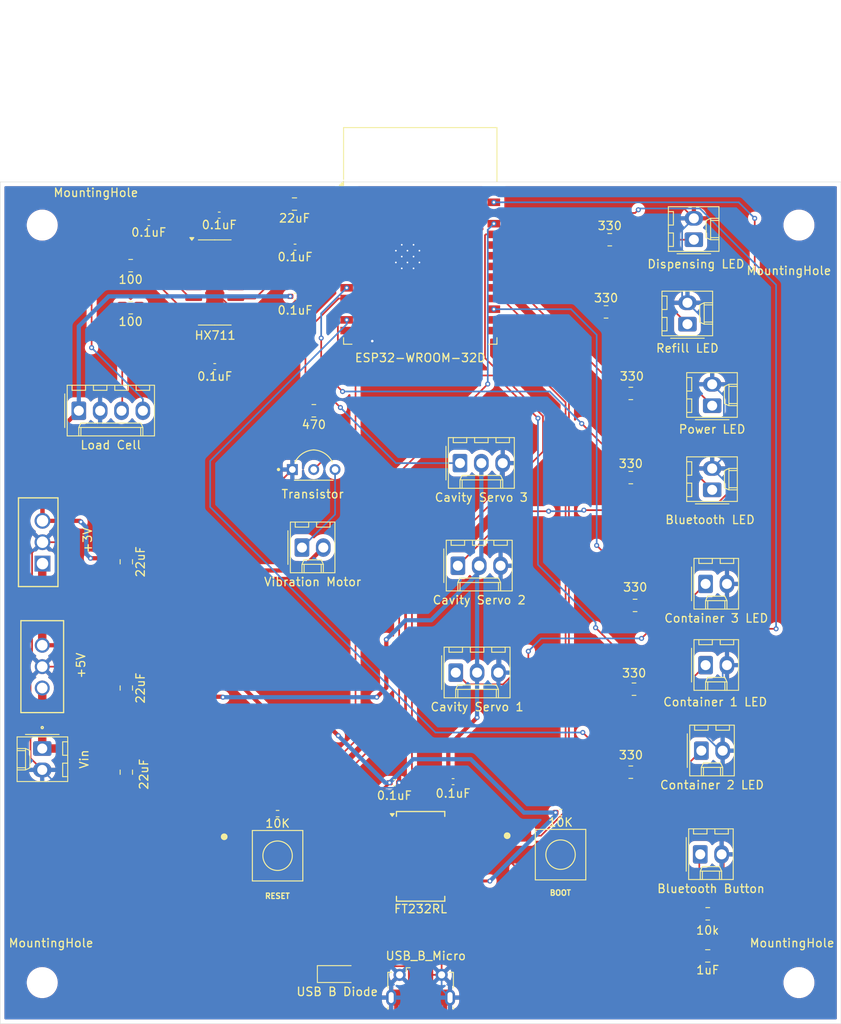
<source format=kicad_pcb>
(kicad_pcb (version 20240108) (generator "pcbnew") (generator_version "8.0")
  (layers (0 "F.Cu" signal) (31 "B.Cu" signal) (34 "B.Paste" user) (35 "F.Paste" user) (36 "B.SilkS" user "B.Silkscreen") (37 "F.SilkS" user "F.Silkscreen") (38 "B.Mask" user) (39 "F.Mask" user) (44 "Edge.Cuts" user))
  (net 0 "")
  (net 1 "GND")
  (net 2 "+5V")
  (net 3 "+3.3V")
  (net 4 "Net-(J3-Pin_1)")
  (net 5 "Net-(U2-VBG)")
  (net 6 "Net-(U2-INA+)")
  (net 7 "Net-(U2-INA-)")
  (net 8 "/Bluetooth Button")
  (net 9 "Net-(D2-A)")
  (net 10 "/Singal -")
  (net 11 "/Signal +")
  (net 12 "/D-")
  (net 14 "/D+")
  (net 15 "Net-(J4-Pin_1)")
  (net 16 "Net-(J5-Pin_1)")
  (net 17 "Net-(J6-Pin_1)")
  (net 18 "Net-(J7-Pin_1)")
  (net 19 "Net-(J8-Pin_1)")
  (net 20 "Net-(J9-Pin_1)")
  (net 21 "Net-(J10-Pin_1)")
  (net 22 "/Servo Signal 1")
  (net 23 "/Servo Signal 2")
  (net 24 "/Servo Signal 3")
  (net 25 "Net-(J14-Pin_1)")
  (net 26 "Net-(J15-Pin_1)")
  (net 27 "Net-(Q1-Pad2)")
  (net 28 "Net-(U1-EN)")
  (net 29 "Net-(U1-IO0)")
  (net 30 "/Refill LED")
  (net 31 "/Power LED")
  (net 32 "/Dispensing LED")
  (net 33 "/Container 1 LED")
  (net 34 "/Container 2 LED")
  (net 35 "/Container 3 LED")
  (net 36 "/Vibration Motor")
  (net 37 "/Bluetooth LED")
  (net 42 "/RXD0")
  (net 45 "/HX711 PD_SCK")
  (net 46 "/HX711 Digital Output")
  (net 57 "/TXD0")
  (footprint "Capacitor_SMD:C_0805_2012Metric_Pad1.18x1.45mm_HandSolder" (layer "F.Cu") (at 115 85 90)
    (property "Reference" "C2" (hide yes))
    (property "Value" "22uF")
  )
  (footprint "Capacitor_SMD:C_0805_2012Metric_Pad1.18x1.45mm_HandSolder" (layer "F.Cu") (at 184.15 131.826)
    (property "Reference" "C9" (hide yes))
    (property "Value" "1uF")
  )
  (footprint "Resistor_SMD:R_0402_1005Metric_Pad0.72x0.64mm_HandSolder" (layer "F.Cu") (at 132.991 114.924)
    (property "Reference" "R1" (hide yes))
    (property "Value" "10K")
  )
  (footprint "Connector_Molex:Molex_KK-254_AE-6410-02A_1x02_P2.54mm_Vertical" (layer "F.Cu") (at 181.737 56.769 90)
    (property "Reference" "J4" (hide yes))
    (property "Value" "Refill LED")
  )
  (footprint "MountingHole:MountingHole_3.2mm_M3" (layer "F.Cu") (at 105 45)
    (property "Reference" "H2" (hide yes))
    (property "Value" "MountingHole")
  )
  (footprint "Resistor_SMD:R_0805_2012Metric_Pad1.20x1.40mm_HandSolder" (layer "F.Cu") (at 175.508 90.188 180)
    (property "Reference" "R9" (hide yes))
    (property "Value" "330")
  )
  (footprint "Connector_Molex:Molex_KK-254_AE-6410-02A_1x02_P2.54mm_Vertical" (layer "F.Cu") (at 135.89 83.312)
    (property "Reference" "J14" (hide yes))
    (property "Value" "Vibration Motor")
  )
  (footprint "Capacitor_SMD:C_0402_1005Metric_Pad0.74x0.62mm_HandSolder" (layer "F.Cu") (at 125.516 61.816)
    (property "Reference" "C7" (hide yes))
    (property "Value" "0.1uF")
  )
  (footprint "Connector_Molex:Molex_KK-254_AE-6410-03A_1x03_P2.54mm_Vertical" (layer "F.Cu") (at 154.178 98.171)
    (property "Reference" "J11" (hide yes))
    (property "Value" "Cavity Servo 1")
  )
  (footprint "4-1437565-9:TE_4-1437565-9" (layer "F.Cu") (at 166.646 119.797)
    (property "Reference" "SW1" (hide yes))
    (property "Value" "BOOT")
  )
  (footprint "KiCADv6:T03B" (layer "F.Cu") (at 104.013 80.137 90)
    (property "Reference" "U6" (hide yes))
    (property "Value" "+3V")
  )
  (footprint "Capacitor_SMD:C_0805_2012Metric_Pad1.18x1.45mm_HandSolder" (layer "F.Cu") (at 115 110 -90)
    (property "Reference" "C3" (hide yes))
    (property "Value" "22uF")
  )
  (footprint "MountingHole:MountingHole_3.2mm_M3" (layer "F.Cu") (at 105 135)
    (property "Reference" "H3" (hide yes))
    (property "Value" "MountingHole")
  )
  (footprint "2N2222A:TO92254P470H750-3" (layer "F.Cu") (at 137.287 71.711)
    (property "Reference" "Q1" (hide yes))
    (property "Value" "Transistor")
  )
  (footprint "Connector_Molex:Molex_KK-254_AE-6410-02A_1x02_P2.54mm_Vertical" (layer "F.Cu") (at 184.678 76.454 90)
    (property "Reference" "J15" (hide yes))
    (property "Value" "Bluetooth LED")
  )
  (footprint "Resistor_SMD:R_0805_2012Metric_Pad1.20x1.40mm_HandSolder" (layer "F.Cu") (at 137.303 67.056)
    (property "Reference" "R10" (hide yes))
    (property "Value" "470")
  )
  (footprint "Connector_Molex:Molex_KK-254_AE-6410-02A_1x02_P2.54mm_Vertical" (layer "F.Cu") (at 183.388 107.442)
    (property "Reference" "J9" (hide yes))
    (property "Value" "Container 2 LED")
  )
  (footprint "Connector_Molex:Molex_KK-254_AE-6410-02A_1x02_P2.54mm_Vertical" (layer "F.Cu") (at 182.499 46.736 90)
    (property "Reference" "J6" (hide yes))
    (property "Value" "Dispensing LED")
  )
  (footprint "Capacitor_SMD:C_0805_2012Metric_Pad1.18x1.45mm_HandSolder" (layer "F.Cu") (at 115 100 90)
    (property "Reference" "C1" (hide yes))
    (property "Value" "22uF")
  )
  (footprint "Package_SO:SSOP-28_5.3x10.2mm_P0.65mm" (layer "F.Cu") (at 150 120)
    (property "Reference" "U4" (hide yes))
    (property "Value" "FT232RL")
  )
  (footprint "Connector_Molex:Molex_KK-254_AE-6410-04A_1x04_P2.54mm_Vertical" (layer "F.Cu") (at 109.347 67.056)
    (property "Reference" "J1" (hide yes))
    (property "Value" "Load Cell")
  )
  (footprint "Connector_Molex:Molex_KK-254_AE-6410-03A_1x03_P2.54mm_Vertical" (layer "F.Cu") (at 154.432 85.471)
    (property "Reference" "J12" (hide yes))
    (property "Value" "Cavity Servo 2")
  )
  (footprint "Capacitor_SMD:C_0402_1005Metric_Pad0.74x0.62mm_HandSolder" (layer "F.Cu") (at 117.6695 44.704)
    (property "Reference" "C6" (hide yes))
    (property "Value" "0.1uF")
  )
  (footprint "Connector_Molex:Molex_KK-254_AE-6410-02A_1x02_P2.54mm_Vertical" (layer "F.Cu") (at 183.896 97.282)
    (property "Reference" "J8" (hide yes))
    (property "Value" "Container 1 LED")
  )
  (footprint "Capacitor_SMD:C_0805_2012Metric_Pad1.18x1.45mm_HandSolder" (layer "F.Cu") (at 135 42.5)
    (property "Reference" "C4" (hide yes))
    (property "Value" "22uF")
  )
  (footprint "MountingHole:MountingHole_3.2mm_M3" (layer "F.Cu") (at 195 45)
    (property "Reference" "H1" (hide yes))
    (property "Value" "MountingHole")
  )
  (footprint "Resistor_SMD:R_0805_2012Metric_Pad1.20x1.40mm_HandSolder" (layer "F.Cu") (at 175 110 180)
    (property "Reference" "R8" (hide yes))
    (property "Value" "330")
  )
  (footprint "Resistor_SMD:R_0805_2012Metric_Pad1.20x1.40mm_HandSolder" (layer "F.Cu") (at 184.15 126.826)
    (property "Reference" "R6" (hide yes))
    (property "Value" "10k")
  )
  (footprint "Connector_Molex:Molex_KK-254_AE-6410-02A_1x02_P2.54mm_Vertical" (layer "F.Cu") (at 183.896 87.63)
    (property "Reference" "J10" (hide yes))
    (property "Value" "Container 3 LED")
  )
  (footprint "KiCADv6 2:TO-220_ONS" (layer "F.Cu") (at 105 100 90)
    (property "Reference" "U5" (hide yes))
    (property "Value" "+5V")
  )
  (footprint "Resistor_SMD:R_0805_2012Metric_Pad1.20x1.40mm_HandSolder" (layer "F.Cu") (at 175 65 180)
    (property "Reference" "R4" (hide yes))
    (property "Value" "330")
  )
  (footprint "Capacitor_SMD:C_0402_1005Metric_Pad0.74x0.62mm_HandSolder" (layer "F.Cu") (at 135.0685 53.467)
    (property "Reference" "C11" (hide yes))
    (property "Value" "0.1uF")
  )
  (footprint "Connector_Molex:Molex_KK-254_AE-6410-03A_1x03_P2.54mm_Vertical" (layer "F.Cu") (at 154.686 73.279)
    (property "Reference" "J13" (hide yes))
    (property "Value" "Cavity Servo 3")
  )
  (footprint "Resistor_SMD:R_0805_2012Metric_Pad1.20x1.40mm_HandSolder" (layer "F.Cu") (at 115.516 49.816)
    (property "Reference" "R13" (hide yes))
    (property "Value" "100")
  )
  (footprint "RF_Module:ESP32-WROOM-32D" (layer "F.Cu") (at 149.96 49.271)
    (property "Reference" "U1" (hide yes))
    (property "Value" "ESP32-WROOM-32D")
  )
  (footprint "Connector_USB:USB_Micro-B_Molex-105017-0001" (layer "F.Cu") (at 150 135.5415)
    (property "Reference" "J2" (hide yes))
    (property "Value" "USB_B_Micro")
  )
  (footprint "Capacitor_SMD:C_0402_1005Metric_Pad0.74x0.62mm_HandSolder" (layer "F.Cu") (at 146.8795 111.252)
    (property "Reference" "C8" (hide yes))
    (property "Value" "0.1uF")
  )
  (footprint "4-1437565-9:TE_4-1437565-9" (layer "F.Cu") (at 132.991 119.924)
    (property "Reference" "SW3" (hide yes))
    (property "Value" "RESET")
  )
  (footprint "Connector_Molex:Molex_KK-254_AE-6410-02A_1x02_P2.54mm_Vertical" (layer "F.Cu") (at 184.678 66.454 90)
    (property "Reference" "J5" (hide yes))
    (property "Value" "Power LED")
  )
  (footprint "Resistor_SMD:R_0805_2012Metric_Pad1.20x1.40mm_HandSolder" (layer "F.Cu") (at 175 75 180)
    (property "Reference" "R11" (hide yes))
    (property "Value" "330")
  )
  (footprint "Capacitor_SMD:C_0402_1005Metric_Pad0.74x0.62mm_HandSolder" (layer "F.Cu") (at 153.8645 111.125)
    (property "Reference" "C12" (hide yes))
    (property "Value" "0.1uF")
  )
  (footprint "Capacitor_SMD:C_0402_1005Metric_Pad0.74x0.62mm_HandSolder" (layer "F.Cu") (at 126.0515 43.815)
    (property "Reference" "C10" (hide yes))
    (property "Value" "0.1uF")
  )
  (footprint "Package_SO:SOP-16_3.9x9.9mm_P1.27mm" (layer "F.Cu") (at 125.516 51.816)
    (property "Reference" "U2" (hide yes))
    (property "Value" "HX711")
  )
  (footprint "Connector_Molex:Molex_KK-254_AE-6410-02A_1x02_P2.54mm_Vertical" (layer "F.Cu") (at 183.261 119.761)
    (property "Reference" "J7" (hide yes))
    (property "Value" "Bluetooth Button")
  )
  (footprint "Resistor_SMD:R_0805_2012Metric_Pad1.20x1.40mm_HandSolder" (layer "F.Cu") (at 175.381 100.139 180)
    (property "Reference" "R7" (hide yes))
    (property "Value" "330")
  )
  (footprint "Resistor_SMD:R_0805_2012Metric_Pad1.20x1.40mm_HandSolder" (layer "F.Cu") (at 172.059 55.315 180)
    (property "Reference" "R3" (hide yes))
    (property "Value" "330")
  )
  (footprint "Resistor_SMD:R_0402_1005Metric_Pad0.72x0.64mm_HandSolder" (layer "F.Cu") (at 166.646 114.797)
    (property "Reference" "R2" (hide yes))
    (property "Value" "10K")
  )
  (footprint "Capacitor_SMD:C_0402_1005Metric_Pad0.74x0.62mm_HandSolder" (layer "F.Cu") (at 135.0685 47.625)
    (property "Reference" "C5" (hide yes))
    (property "Value" "0.1uF")
  )
  (footprint "MountingHole:MountingHole_3.2mm_M3" (layer "F.Cu") (at 195 135)
    (property "Reference" "H4" (hide yes))
    (property "Value" "MountingHole")
  )
  (footprint "Diode_SMD:D_SOD-123" (layer "F.Cu") (at 140.082 133.985)
    (property "Reference" "D2" (hide yes))
    (property "Value" "USB B Diode")
  )
  (footprint "Resistor_SMD:R_0805_2012Metric_Pad1.20x1.40mm_HandSolder" (layer "F.Cu") (at 115.516 54.816)
    (property "Reference" "R12" (hide yes))
    (property "Value" "100")
  )
  (footprint "Connector_Molex:Molex_KK-254_AE-6410-02A_1x02_P2.54mm_Vertical" (layer "F.Cu") (at 105 107.188 -90)
    (property "Reference" "J3" (hide yes))
    (property "Value" "Vin")
  )
  (footprint "Resistor_SMD:R_0805_2012Metric_Pad1.20x1.40mm_HandSolder" (layer "F.Cu") (at 172.499 46.736 180)
    (property "Reference" "R5" (hide yes))
    (property "Value" "330")
  )
  (gr_rect (start 100 39.875) (end 200 139.875) (stroke (width 0.05)) (fill none) (layer "Edge.Cuts"))
  (segment (start 113.7145 82.677) (end 115 83.9625) (width 0.2) (layer "F.Cu") (net 1))
  (segment (start 171.196 122.047) (end 182.626 133.477) (width 0.2) (layer "F.Cu") (net 1))
  (segment (start 154.432 111.125) (end 154.775 111.468) (width 0.2) (layer "F.Cu") (net 1))
  (segment (start 161.947 121.898) (end 155.343 121.898) (width 0.2) (layer "F.Cu") (net 1))
  (segment (start 153.6 117.725) (end 157.774 117.725) (width 0.2) (layer "F.Cu") (net 1))
  (segment (start 103.605 108.333) (end 105 109.728) (width 0.2) (layer "F.Cu") (net 1))
  (segment (start 182.626 133.477) (end 183.5365 133.477) (width 0.2) (layer "F.Cu") (net 1))
  (segment (start 149.86 50.141) (end 147.06 50.141) (width 0.2) (layer "F.Cu") (net 1))
  (segment (start 152.5 134.079) (end 152.5 131.643) (width 0.2) (layer "F.Cu") (net 1))
  (segment (start 111.887 80.8495) (end 115 83.9625) (width 0.2) (layer "F.Cu") (net 1))
  (segment (start 149.86 47.341) (end 149.86 50.141) (width 0.2) (layer "F.Cu") (net 1))
  (segment (start 105 97.46) (end 103.605 98.855) (width 0.2) (layer "F.Cu") (net 1))
  (segment (start 141.21 41.021) (end 158.71 41.021) (width 0.2) (layer "F.Cu") (net 1))
  (segment (start 151.3 134.079) (end 152.5 134.079) (width 0.2) (layer "F.Cu") (net 1))
  (segment (start 153.6 117.075) (end 153.6 117.725) (width 0.2) (layer "F.Cu") (net 1))
  (segment (start 137.541 122.174) (end 140.04 119.675) (width 0.2) (layer "F.Cu") (net 1))
  (segment (start 126.619 43.815) (end 126.8825 43.815) (width 0.2) (layer "F.Cu") (net 1))
  (segment (start 115 83.9625) (end 124.8255 83.9625) (width 0.2) (layer "F.Cu") (net 1))
  (segment (start 118.237 44.704) (end 118.237 46.772552) (width 0.2) (layer "F.Cu") (net 1))
  (segment (start 186.05 130.9635) (end 186.05 120.01) (width 0.2) (layer "F.Cu") (net 1))
  (segment (start 137.5165 41.021) (end 136.0375 42.5) (width 0.2) (layer "F.Cu") (net 1))
  (segment (start 158.71 41.021) (end 179.324 41.021) (width 0.2) (layer "F.Cu") (net 1))
  (segment (start 186.05 120.01) (end 185.801 119.761) (width 0.2) (layer "F.Cu") (net 1))
  (segment (start 129.316 48.340999) (end 129.015999 48.641) (width 0.2) (layer "F.Cu") (net 1))
  (segment (start 124.8255 83.9625) (end 134.747 74.041) (width 0.2) (layer "F.Cu") (net 1))
  (segment (start 150.684314 119.675) (end 152.634314 117.725) (width 0.2) (layer "F.Cu") (net 1))
  (segment (start 157.774 117.725) (end 162.096 122.047) (width 0.2) (layer "F.Cu") (net 1))
  (segment (start 136.0375 42.5) (end 136.0375 47.2235) (width 0.2) (layer "F.Cu") (net 1))
  (segment (start 183.5365 133.477) (end 185.1875 131.826) (width 0.2) (layer "F.Cu") (net 1))
  (segment (start 154.775 116.975) (end 154.675 117.075) (width 0.2) (layer "F.Cu") (net 1))
  (segment (start 103.605 98.855) (end 103.605 108.333) (width 0.2) (layer "F.Cu") (net 1))
  (segment (start 127.645448 54.991) (end 128.016 54.991) (width 0.2) (layer "F.Cu") (net 1))
  (segment (start 125.285999 49.911) (end 128.016 49.911) (width 0.2) (layer "F.Cu") (net 1))
  (segment (start 129.015999 48.641) (end 128.016 48.641) (width 0.2) (layer "F.Cu") (net 1))
  (segment (start 152.634314 117.725) (end 153.6 117.725) (width 0.2) (layer "F.Cu") (net 1))
  (segment (start 129.316 46.2485) (end 129.316 48.340999) (width 0.2) (layer "F.Cu") (net 1))
  (segment (start 144.25 58.781) (end 144.25 43.531) (width 0.2) (layer "F.Cu") (net 1))
  (segment (start 134.747 62.992) (end 134.747 74.041) (width 0.2) (layer "F.Cu") (net 1))
  (segment (start 123.016 52.451) (end 125.105448 52.451) (width 0.2) (layer "F.Cu") (net 1))
  (segment (start 179.324 41.021) (end 182.499 44.196) (width 0.2) (layer "F.Cu") (net 1))
  (segment (start 123.016 51.181) (end 124.015999 51.181) (width 0.2) (layer "F.Cu") (net 1))
  (segment (start 103.7892 83.9168) (end 103.7892 96.2492) (width 0.2) (layer "F.Cu") (net 1))
  (segment (start 155.48 41.021) (end 149.16 47.341) (width 0.2) (layer "F.Cu") (net 1))
  (segment (start 147.06 50.141) (end 147.06 47.341) (width 0.2) (layer "F.Cu") (net 1))
  (segment (start 105 109.728) (end 114.2345 109.728) (width 0.2) (layer "F.Cu") (net 1))
  (segment (start 162.096 122.047) (end 160.374 120.325) (width 0.2) (layer "F.Cu") (net 1))
  (segment (start 128.441 122.174) (end 137.541 122.174) (width 0.2) (layer "F.Cu") (net 1))
  (segment (start 103.7892 96.2492) (end 105 97.46) (width 0.2) (layer "F.Cu") (net 1))
  (segment (start 105.029 82.677) (end 103.7892 83.9168) (width 0.2) (layer "F.Cu") (net 1))
  (segment (start 185.1875 131.826) (end 186.05 130.9635) (width 0.2) (layer "F.Cu") (net 1))
  (segment (start 154.675 117.075) (end 153.6 117.075) (width 0.2) (layer "F.Cu") (net 1))
  (segment (start 162.096 122.047) (end 171.196 122.047) (width 0.2) (layer "F.Cu") (net 1))
  (segment (start 114.2345 109.728) (end 115 108.9625) (width 0.2) (layer "F.Cu") (net 1))
  (segment (start 128.016 48.641) (end 128.016 49.911) (width 0.2) (layer "F.Cu") (net 1))
  (segment (start 149 136.779) (end 151 136.779) (width 0.2) (layer "F.Cu") (net 1))
  (segment (start 160.374 120.325) (end 153.6 120.325) (width 0.2) (layer "F.Cu") (net 1))
  (segment (start 128.016 56.261) (end 134.747 62.992) (width 0.2) (layer "F.Cu") (net 1))
  (segment (start 135.636 53.467) (end 132.842 56.261) (width 0.2) (layer "F.Cu") (net 1))
  (segment (start 152.5 131.643) (end 162.096 122.047) (width 0.2) (layer "F.Cu") (net 1))
  (segment (start 140.04 119.675) (end 146.4 119.675) (width 0.2) (layer "F.Cu") (net 1))
  (segment (start 118.237 46.772552) (end 122.645448 51.181) (width 0.2) (layer "F.Cu") (net 1))
  (segment (start 162.096 122.047) (end 161.947 121.898) (width 0.2) (layer "F.Cu") (net 1))
  (segment (start 105.029 82.677) (end 113.7145 82.677) (width 0.2) (layer "F.Cu") (net 1))
  (segment (start 158.71 41.021) (end 155.48 41.021) (width 0.2) (layer "F.Cu") (net 1))
  (segment (start 126.8825 43.815) (end 129.316 46.2485) (width 0.2) (layer "F.Cu") (net 1))
  (segment (start 146.4 119.675) (end 150.684314 119.675) (width 0.2) (layer "F.Cu") (net 1))
  (segment (start 154.966 122.275) (end 153.6 122.275) (width 0.2) (layer "F.Cu") (net 1))
  (segment (start 144.25 43.531) (end 141.74 41.021) (width 0.2) (layer "F.Cu") (net 1))
  (segment (start 132.842 56.261) (end 128.016 56.261) (width 0.2) (layer "F.Cu") (net 1))
  (segment (start 154.775 111.468) (end 154.775 116.975) (width 0.2) (layer "F.Cu") (net 1))
  (segment (start 122.645448 51.181) (end 123.016 51.181) (width 0.2) (layer "F.Cu") (net 1))
  (segment (start 123.016 51.181) (end 123.016 52.451) (width 0.2) (layer "F.Cu") (net 1))
  (segment (start 147.06 47.341) (end 149.86 47.341) (width 0.2) (layer "F.Cu") (net 1))
  (segment (start 105 97.46) (end 113.4975 97.46) (width 0.2) (layer "F.Cu") (net 1))
  (segment (start 155.343 121.898) (end 154.966 122.275) (width 0.2) (layer "F.Cu") (net 1))
  (segment (start 149 136.779) (end 147.1 136.779) (width 0.2) (layer "F.Cu") (net 1))
  (segment (start 151 136.779) (end 152.9 136.779) (width 0.2) (layer "F.Cu") (net 1))
  (segment (start 125.105448 52.451) (end 127.645448 54.991) (width 0.2) (layer "F.Cu") (net 1))
  (segment (start 111.887 67.056) (end 111.887 80.8495) (width 0.2) (layer "F.Cu") (net 1))
  (segment (start 128.016 56.261) (end 128.016 54.991) (width 0.2) (layer "F.Cu") (net 1))
  (segment (start 141.21 41.021) (end 137.5165 41.021) (width 0.2) (layer "F.Cu") (net 1))
  (segment (start 136.0375 47.2235) (end 135.636 47.625) (width 0.2) (layer "F.Cu") (net 1))
  (segment (start 113.4975 97.46) (end 115 98.9625) (width 0.2) (layer "F.Cu") (net 1))
  (segment (start 124.015999 51.181) (end 125.285999 49.911) (width 0.2) (layer "F.Cu") (net 1))
  (segment (start 141.74 41.021) (end 141.21 41.021) (width 0.2) (layer "F.Cu") (net 1))
  (via (at 147.447 111.252) (size 0.6) (drill 0.3) (layers "F.Cu" "B.Cu") (net 1))
  (via (at 144.25 58.781) (size 0.6) (drill 0.3) (layers "F.Cu" "B.Cu") (net 1))
  (segment (start 186.073 72.519) (end 184.678 73.914) (width 0.2) (layer "B.Cu") (net 1))
  (segment (start 134.747 68.284) (end 144.25 58.781) (width 0.2) (layer "B.Cu") (net 1))
  (segment (start 146.847 111.852) (end 147.447 111.252) (width 0.2) (layer "B.Cu") (net 1))
  (segment (start 105 109.728) (end 107.124 111.852) (width 0.2) (layer "B.Cu") (net 1))
  (segment (start 159.258 98.171) (end 176.366744 98.171) (width 0.2) (layer "B.Cu") (net 1))
  (segment (start 184.678 63.914) (end 186.073 65.309) (width 0.2) (layer "B.Cu") (net 1))
  (segment (start 181.104 53.596) (end 181.104 45.591) (width 0.2) (layer "B.Cu") (net 1))
  (segment (start 159.512 73.533) (end 159.766 73.279) (width 0.2) (layer "B.Cu") (net 1))
  (segment (start 181.104 45.591) (end 182.499 44.196) (width 0.2) (layer "B.Cu") (net 1))
  (segment (start 185.637744 107.442) (end 185.928 107.442) (width 0.2) (layer "B.Cu") (net 1))
  (segment (start 186.436 87.63) (end 186.436 75.672) (width 0.2) (layer "B.Cu") (net 1))
  (segment (start 181.737 54.229) (end 181.104 53.596) (width 0.2) (layer "B.Cu") (net 1))
  (segment (start 185.928 97.79) (end 186.436 97.282) (width 0.2) (layer "B.Cu") (net 1))
  (segment (start 185.801 107.569) (end 185.928 107.442) (width 0.2) (layer "B.Cu") (net 1))
  (segment (start 146.5 135.079) (end 147.5 134.079) (width 0.2) (layer "B.Cu") (net 1))
  (segment (start 107.124 111.852) (end 146.847 111.852) (width 0.2) (layer "B.Cu") (net 1))
  (segment (start 186.436 97.282) (end 186.436 87.63) (width 0.2) (layer "B.Cu") (net 1))
  (segment (start 159.512 85.471) (end 159.512 97.917) (width 0.2) (layer "B.Cu") (net 1))
  (segment (start 152.5 135.779) (end 153.5 136.779) (width 0.2) (layer "B.Cu") (net 1))
  (segment (start 159.512 85.471) (end 159.512 73.533) (width 0.2) (layer "B.Cu") (net 1))
  (segment (start 152.5 134.079) (end 152.5 135.779) (width 0.2) (layer "B.Cu") (net 1))
  (segment (start 185.928 107.442) (end 185.928 97.79) (width 0.2) (layer "B.Cu") (net 1))
  (segment (start 186.073 65.309) (end 186.073 72.519) (width 0.2) (layer "B.Cu") (net 1))
  (segment (start 176.366744 98.171) (end 185.637744 107.442) (width 0.2) (layer "B.Cu") (net 1))
  (segment (start 159.512 97.917) (end 159.258 98.171) (width 0.2) (layer "B.Cu") (net 1))
  (segment (start 184.678 57.17) (end 181.737 54.229) (width 0.2) (layer "B.Cu") (net 1))
  (segment (start 185.801 119.761) (end 185.801 107.569) (width 0.2) (layer "B.Cu") (net 1))
  (segment (start 184.678 63.914) (end 184.678 57.17) (width 0.2) (layer "B.Cu") (net 1))
  (segment (start 134.747 74.041) (end 134.747 68.284) (width 0.2) (layer "B.Cu") (net 1))
  (segment (start 186.436 75.672) (end 184.678 73.914) (width 0.2) (layer "B.Cu") (net 1))
  (segment (start 146.5 136.779) (end 146.5 135.079) (width 0.2) (layer "B.Cu") (net 1))
  (segment (start 138.432 133.985) (end 151.442 120.975) (width 0.2) (layer "F.Cu") (net 2))
  (segment (start 119.126 101.092) (end 121.92 98.298) (width 0.5) (layer "F.Cu") (net 2))
  (segment (start 115 101.0375) (end 119.0715 101.0375) (width 0.5) (layer "F.Cu") (net 2))
  (segment (start 145.923 99.949) (end 145.923 94.234) (width 0.5) (layer "F.Cu") (net 2))
  (segment (start 144.78 101.092) (end 145.923 99.949) (width 0.5) (layer "F.Cu") (net 2))
  (segment (start 105 85.246) (end 105.029 85.217) (width 1) (layer "F.Cu") (net 2))
  (segment (start 119.0715 101.0375) (end 119.126 101.092) (width 0.5) (layer "F.Cu") (net 2))
  (segment (start 105 94.92) (end 105 85.246) (width 1) (layer "F.Cu") (net 2))
  (segment (start 121.92 95.885) (end 120.955 94.92) (width 0.5) (layer "F.Cu") (net 2))
  (segment (start 153.297 106.926) (end 153.297 111.125) (width 0.5) (layer "F.Cu") (net 2))
  (segment (start 121.412 124.079) (end 121.412 107.4495) (width 0.5) (layer "F.Cu") (net 2))
  (segment (start 156.718 103.505) (end 153.297 106.926) (width 0.5) (layer "F.Cu") (net 2))
  (segment (start 120.955 94.92) (end 105 94.92) (width 0.5) (layer "F.Cu") (net 2))
  (segment (start 121.412 107.4495) (end 115 101.0375) (width 0.5) (layer "F.Cu") (net 2))
  (segment (start 121.92 98.298) (end 121.92 95.885) (width 0.5) (layer "F.Cu") (net 2))
  (segment (start 131.318 133.985) (end 121.412 124.079) (width 0.5) (layer "F.Cu") (net 2))
  (segment (start 126.4375 101.0375) (end 126.492 101.092) (width 0.5) (layer "F.Cu") (net 2))
  (segment (start 138.432 133.985) (end 131.318 133.985) (width 0.5) (layer "F.Cu") (net 2))
  (segment (start 115 101.0375) (end 126.4375 101.0375) (width 0.5) (layer "F.Cu") (net 2))
  (segment (start 151.442 120.975) (end 153.6 120.975) (width 0.2) (layer "F.Cu") (net 2))
  (via (at 156.718 103.505) (size 0.6) (drill 0.3) (layers "F.Cu" "B.Cu") (net 2))
  (via (at 144.78 101.092) (size 0.6) (drill 0.3) (layers "F.Cu" "B.Cu") (net 2))
  (via (at 126.492 101.092) (size 0.6) (drill 0.3) (layers "F.Cu" "B.Cu") (net 2))
  (via (at 145.923 94.234) (size 0.6) (drill 0.3) (layers "F.Cu" "B.Cu") (net 2))
  (segment (start 157.226 85.217) (end 156.972 85.471) (width 0.5) (layer "B.Cu") (net 2))
  (segment (start 148.209 91.948) (end 151.257 91.948) (width 0.5) (layer "B.Cu") (net 2))
  (segment (start 145.923 94.234) (end 148.209 91.948) (width 0.5) (layer "B.Cu") (net 2))
  (segment (start 156.972 85.471) (end 156.972 85.598) (width 0.5) (layer "B.Cu") (net 2))
  (segment (start 126.492 101.092) (end 144.78 101.092) (width 0.5) (layer "B.Cu") (net 2))
  (segment (start 151.257 91.948) (end 156.972 86.233) (width 0.5) (layer "B.Cu") (net 2))
  (segment (start 156.718 98.171) (end 156.718 103.505) (width 0.5) (layer "B.Cu") (net 2))
  (segment (start 156.972 86.233) (end 156.972 85.471) (width 0.5) (layer "B.Cu") (net 2))
  (segment (start 157.226 73.279) (end 157.226 85.217) (width 0.5) (layer "B.Cu") (net 2))
  (segment (start 156.718 85.852) (end 156.718 98.171) (width 0.5) (layer "B.Cu") (net 2))
  (segment (start 156.972 85.598) (end 156.718 85.852) (width 0.5) (layer "B.Cu") (net 2))
  (segment (start 123.016 47.371) (end 128.016 47.371) (width 0.5) (layer "F.Cu") (net 3))
  (segment (start 153.6 122.925) (end 158.231 122.925) (width 0.35) (layer "F.Cu") (net 3))
  (segment (start 125.484 44.903) (end 125.484 43.815) (width 0.5) (layer "F.Cu") (net 3))
  (segment (start 123.016 49.911) (end 124.015999 49.911) (width 0.2) (layer "F.Cu") (net 3))
  (segment (start 144.526 116.926) (end 144.526 115.316) (width 0.35) (layer "F.Cu") (net 3))
  (segment (start 105.029 80.137) (end 109.474 80.137) (width 0.5) (layer "F.Cu") (net 3))
  (segment (start 105.029 71.374) (end 109.347 67.056) (width 0.5) (layer "F.Cu") (net 3))
  (segment (start 135.7045 86.0375) (end 138.43 83.312) (width 0.5) (layer "F.Cu") (net 3))
  (segment (start 138.176 44.375) (end 138.176 47.244) (width 0.5) (layer "F.Cu") (net 3))
  (segment (start 132.3935 103.431) (end 115 86.0375) (width 0.5) (layer "F.Cu") (net 3))
  (segment (start 144.526 115.316) (end 143.891 114.681) (width 0.35) (layer "F.Cu") (net 3))
  (segment (start 158.231 122.925) (end 158.242 122.936) (width 0.35) (layer "F.Cu") (net 3))
  (segment (start 113.5445 84.582) (end 115 86.0375) (width 0.5) (layer "F.Cu") (net 3))
  (segment (start 133.3525 41.89) (end 133.9625 42.5) (width 0.5) (layer "F.Cu") (net 3))
  (segment (start 132.3935 114.924) (end 132.3935 103.431) (width 0.5) (layer "F.Cu") (net 3))
  (segment (start 125.0425 41.89) (end 133.3525 41.89) (width 0.5) (layer "F.Cu") (net 3))
  (segment (start 136.525 48.895) (end 134.62 48.895) (width 0.5) (layer "F.Cu") (net 3))
  (segment (start 134.501 48.776) (end 134.501 47.625) (width 0.5) (layer "F.Cu") (net 3))
  (segment (start 105.029 80.137) (end 105.029 71.374) (width 0.5) (layer "F.Cu") (net 3))
  (segment (start 124.4325 42.7635) (end 125.484 43.815) (width 0.5) (layer "F.Cu") (net 3))
  (segment (start 133.9625 42.5) (end 133.9625 47.0865) (width 0.5) (layer "F.Cu") (net 3))
  (segment (start 110.744 84.582) (end 113.5445 84.582) (width 0.5) (layer "F.Cu") (net 3))
  (segment (start 140.26 42.291) (end 138.176 44.375) (width 0.5) (layer "F.Cu") (net 3))
  (segment (start 116.249238 42.5) (end 105.029 53.720238) (width 0.5) (layer "F.Cu") (net 3))
  (segment (start 145.325 117.725) (end 144.526 116.926) (width 0.35) (layer "F.Cu") (net 3))
  (segment (start 123.016 47.371) (end 125.484 44.903) (width 0.5) (layer "F.Cu") (net 3))
  (segment (start 141.21 42.291) (end 140.26 42.291) (width 0.5) (layer "F.Cu") (net 3))
  (segment (start 124.4325 42.5) (end 125.0425 41.89) (width 0.5) (layer "F.Cu") (net 3))
  (segment (start 143.891 114.681) (end 143.891 113.673) (width 0.35) (layer "F.Cu") (net 3))
  (segment (start 133.9625 47.0865) (end 134.501 47.625) (width 0.5) (layer "F.Cu") (net 3))
  (segment (start 134.62 48.895) (end 134.501 48.776) (width 0.5) (layer "F.Cu") (net 3))
  (segment (start 126.555999 47.371) (end 128.016 47.371) (width 0.2) (layer "F.Cu") (net 3))
  (segment (start 124.015999 49.911) (end 126.555999 47.371) (width 0.5) (layer "F.Cu") (net 3))
  (segment (start 143.891 113.673) (end 146.312 111.252) (width 0.35) (layer "F.Cu") (net 3))
  (segment (start 124.4325 42.5) (end 124.4325 42.7635) (width 0.5) (layer "F.Cu") (net 3))
  (segment (start 138.176 47.244) (end 136.525 48.895) (width 0.5) (layer "F.Cu") (net 3))
  (segment (start 105.029 53.720238) (end 105.029 80.137) (width 0.5) (layer "F.Cu") (net 3))
  (segment (start 146.4 117.725) (end 145.325 117.725) (width 0.35) (layer "F.Cu") (net 3))
  (segment (start 115 86.0375) (end 135.7045 86.0375) (width 0.5) (layer "F.Cu") (net 3))
  (segment (start 132.3935 103.431) (end 137.975 103.431) (width 0.5) (layer "F.Cu") (net 3))
  (segment (start 137.975 103.431) (end 140.208 105.664) (width 0.5) (layer "F.Cu") (net 3))
  (segment (start 124.4325 42.5) (end 116.249238 42.5) (width 0.5) (layer "F.Cu") (net 3))
  (segment (start 109.474 80.137) (end 109.601 80.264) (width 0.5) (layer "F.Cu") (net 3))
  (via (at 140.208 105.664) (size 0.6) (drill 0.3) (layers "F.Cu" "B.Cu") (net 3))
  (via (at 134.501 53.467) (size 0.6) (drill 0.3) (layers "F.Cu" "B.Cu") (net 3))
  (via (at 109.601 80.264) (size 0.6) (drill 0.3) (layers "F.Cu" "B.Cu") (net 3))
  (via (at 166.0485 114.797) (size 0.6) (drill 0.3) (layers "F.Cu" "B.Cu") (net 3))
  (via (at 146.312 111.252) (size 0.6) (drill 0.3) (layers "F.Cu" "B.Cu") (net 3))
  (via (at 110.744 84.582) (size 0.6) (drill 0.3) (layers "F.Cu" "B.Cu") (net 3))
  (via (at 158.242 122.936) (size 0.6) (drill 0.3) (layers "F.Cu" "B.Cu") (net 3))
  (segment (start 155.956 108.458) (end 149.106 108.458) (width 0.5) (layer "B.Cu") (net 3))
  (segment (start 166.0485 115.1295) (end 166.0485 114.797) (width 0.5) (layer "B.Cu") (net 3))
  (segment (start 162.295 114.797) (end 155.956 108.458) (width 0.5) (layer "B.Cu") (net 3))
  (segment (start 158.242 122.936) (end 166.0485 115.1295) (width 0.5) (layer "B.Cu") (net 3))
  (segment (start 112.903 53.467) (end 134.501 53.467) (width 0.5) (layer "B.Cu") (net 3))
  (segment (start 149.106 108.458) (end 146.312 111.252) (width 0.5) (layer "B.Cu") (net 3))
  (segment (start 109.347 57.023) (end 112.903 53.467) (width 0.5) (layer "B.Cu") (net 3))
  (segment (start 110.236 84.074) (end 110.744 84.582) (width 0.5) (layer "B.Cu") (net 3))
  (segment (start 110.236 80.899) (end 110.236 84.074) (width 0.5) (layer "B.Cu") (net 3))
  (segment (start 140.208 105.664) (end 145.796 111.252) (width 0.5) (layer "B.Cu") (net 3))
  (segment (start 109.601 80.264) (end 110.236 80.899) (width 0.5) (layer "B.Cu") (net 3))
  (segment (start 145.796 111.252) (end 146.312 111.252) (width 0.5) (layer "B.Cu") (net 3))
  (segment (start 109.347 67.056) (end 109.347 57.023) (width 0.5) (layer "B.Cu") (net 3))
  (segment (start 166.0485 114.797) (end 162.295 114.797) (width 0.5) (layer "B.Cu") (net 3))
  (segment (start 116.8005 111.0375) (end 115 111.0375) (width 1) (layer "F.Cu") (net 4))
  (segment (start 115.189 104.648) (end 118.872 108.331) (width 1) (layer "F.Cu") (net 4))
  (segment (start 108.839 107.188) (end 111.379 104.648) (width 1) (layer "F.Cu") (net 4))
  (segment (start 118.872 108.966) (end 116.8005 111.0375) (width 1) (layer "F.Cu") (net 4))
  (segment (start 105 107.188) (end 108.839 107.188) (width 1) (layer "F.Cu") (net 4))
  (segment (start 105 107.188) (end 105 100) (width 1) (layer "F.Cu") (net 4))
  (segment (start 111.379 104.648) (end 115.189 104.648) (width 1) (layer "F.Cu") (net 4))
  (segment (start 118.872 108.331) (end 118.872 108.966) (width 1) (layer "F.Cu") (net 4))
  (segment (start 117.102 44.704) (end 117.102 48.177552) (width 0.2) (layer "F.Cu") (net 5))
  (segment (start 122.645448 53.721) (end 123.016 53.721) (width 0.2) (layer "F.Cu") (net 5))
  (segment (start 117.102 48.177552) (end 122.645448 53.721) (width 0.2) (layer "F.Cu") (net 5))
  (segment (start 116.516 54.816) (end 117.961 56.261) (width 0.2) (layer "F.Cu") (net 6))
  (segment (start 124.9485 58.1935) (end 123.016 56.261) (width 0.2) (layer "F.Cu") (net 6))
  (segment (start 124.9485 61.816) (end 124.9485 58.1935) (width 0.2) (layer "F.Cu") (net 6))
  (segment (start 117.961 56.261) (end 123.016 56.261) (width 0.2) (layer "F.Cu") (net 6))
  (segment (start 126.0835 61.816) (end 126.0835 57.058501) (width 0.2) (layer "F.Cu") (net 7))
  (segment (start 126.0835 57.058501) (end 124.015999 54.991) (width 0.2) (layer "F.Cu") (net 7))
  (segment (start 121.691 54.991) (end 123.016 54.991) (width 0.2) (layer "F.Cu") (net 7))
  (segment (start 116.516 49.816) (end 121.691 54.991) (width 0.2) (layer "F.Cu") (net 7))
  (segment (start 124.015999 54.991) (end 123.016 54.991) (width 0.2) (layer "F.Cu") (net 7))
  (segment (start 158.71 53.721) (end 159.66 53.721) (width 0.2) (layer "F.Cu") (net 8))
  (segment (start 185.15 126.826) (end 185.15 129.7885) (width 0.2) (layer "F.Cu") (net 8))
  (segment (start 182.25 130.9635) (end 183.1125 131.826) (width 0.2) (layer "F.Cu") (net 8))
  (segment (start 159.66 53.721) (end 167.6435 61.7045) (width 0.2) (layer "F.Cu") (net 8))
  (segment (start 182.25 126.243) (end 182.25 130.9635) (width 0.2) (layer "F.Cu") (net 8))
  (segment (start 167.6435 111.6365) (end 182.25 126.243) (width 0.2) (layer "F.Cu") (net 8))
  (segment (start 167.6435 61.7045) (end 167.6435 111.6365) (width 0.2) (layer "F.Cu") (net 8))
  (segment (start 185.15 129.7885) (end 183.1125 131.826) (width 0.2) (layer "F.Cu") (net 8))
  (segment (start 148.7 133.587) (end 148.7 134.079) (width 0.2) (layer "F.Cu") (net 9))
  (segment (start 148.167 133.054) (end 148.7 133.587) (width 0.2) (layer "F.Cu") (net 9))
  (segment (start 142.663 133.054) (end 148.167 133.054) (width 0.2) (layer "F.Cu") (net 9))
  (segment (start 141.732 133.985) (end 142.663 133.054) (width 0.2) (layer "F.Cu") (net 9))
  (segment (start 110.871 59.563) (end 110.871 53.461) (width 0.2) (layer "F.Cu") (net 10))
  (segment (start 110.871 53.461) (end 114.516 49.816) (width 0.2) (layer "F.Cu") (net 10))
  (via (at 110.871 59.563) (size 0.6) (drill 0.3) (layers "F.Cu" "B.Cu") (net 10))
  (segment (start 116.967 65.659) (end 110.871 59.563) (width 0.2) (layer "B.Cu") (net 10))
  (segment (start 116.967 67.056) (end 116.967 65.659) (width 0.2) (layer "B.Cu") (net 10))
  (segment (start 114.516 66.967) (end 114.427 67.056) (width 0.2) (layer "F.Cu") (net 11))
  (segment (start 114.516 54.816) (end 114.516 66.967) (width 0.2) (layer "F.Cu") (net 11))
  (segment (start 149.35 126.775) (end 152.55 123.575) (width 0.2) (layer "F.Cu") (net 12))
  (segment (start 149.35 134.079) (end 149.35 126.775) (width 0.2) (layer "F.Cu") (net 12))
  (segment (start 152.55 123.575) (end 153.6 123.575) (width 0.2) (layer "F.Cu") (net 12))
  (segment (start 153.6 129.604) (end 153.6 124.225) (width 0.2) (layer "F.Cu") (net 14))
  (segment (start 150 133.204) (end 153.6 129.604) (width 0.2) (layer "F.Cu") (net 14))
  (segment (start 150 134.079) (end 150 133.204) (width 0.2) (layer "F.Cu") (net 14))
  (segment (start 180.283 55.315) (end 181.737 56.769) (width 0.2) (layer "F.Cu") (net 15))
  (segment (start 173.059 55.315) (end 180.283 55.315) (width 0.2) (layer "F.Cu") (net 15))
  (segment (start 176 65) (end 183.224 65) (width 0.2) (layer "F.Cu") (net 16))
  (segment (start 183.224 65) (end 184.678 66.454) (width 0.2) (layer "F.Cu") (net 16))
  (segment (start 173.499 46.736) (end 182.499 46.736) (width 0.2) (layer "F.Cu") (net 17))
  (segment (start 183.15 119.872) (end 183.261 119.761) (width 0.2) (layer "F.Cu") (net 18))
  (segment (start 183.15 126.826) (end 183.15 119.872) (width 0.2) (layer "F.Cu") (net 18))
  (segment (start 176.381 100.139) (end 181.039 100.139) (width 0.2) (layer "F.Cu") (net 19))
  (segment (start 181.039 100.139) (end 183.896 97.282) (width 0.2) (layer "F.Cu") (net 19))
  (segment (start 180.83 110) (end 183.388 107.442) (width 0.2) (layer "F.Cu") (net 20))
  (segment (start 176 110) (end 180.83 110) (width 0.2) (layer "F.Cu") (net 20))
  (segment (start 176.508 90.188) (end 181.338 90.188) (width 0.2) (layer "F.Cu") (net 21))
  (segment (start 181.338 90.188) (end 183.896 87.63) (width 0.2) (layer "F.Cu") (net 21))
  (segment (start 177.419 92.964) (end 176.276 94.107) (width 0.2) (layer "F.Cu") (net 22))
  (segment (start 159.808471 99.566) (end 155.573 99.566) (width 0.2) (layer "F.Cu") (net 22))
  (segment (start 158.71 43.561) (end 175.514 43.561) (width 0.2) (layer "F.Cu") (net 22))
  (segment (start 175.514 43.561) (end 175.895 43.18) (width 0.2) (layer "F.Cu") (net 22))
  (segment (start 162.814 95.631) (end 162.814 96.560471) (width 0.2) (layer "F.Cu") (net 22))
  (segment (start 192.278 92.964) (end 177.419 92.964) (width 0.2) (layer "F.Cu") (net 22))
  (segment (start 162.814 96.560471) (end 159.808471 99.566) (width 0.2) (layer "F.Cu") (net 22))
  (segment (start 155.573 99.566) (end 154.178 98.171) (width 0.2) (layer "F.Cu") (net 22))
  (via (at 162.814 95.631) (size 0.6) (drill 0.3) (layers "F.Cu" "B.Cu") (net 22))
  (via (at 176.276 94.107) (size 0.6) (drill 0.3) (layers "F.Cu" "B.Cu") (net 22))
  (via (at 192.278 92.964) (size 0.6) (drill 0.3) (layers "F.Cu" "B.Cu") (net 22))
  (via (at 175.895 43.18) (size 0.6) (drill 0.3) (layers "F.Cu" "B.Cu") (net 22))
  (segment (start 164.338 94.107) (end 162.814 95.631) (width 0.2) (layer "B.Cu") (net 22))
  (segment (start 183.20863 43.026) (end 192.278 52.09537) (width 0.2) (layer "B.Cu") (net 22))
  (segment (start 192.278 52.09537) (end 192.278 92.964) (width 0.2) (layer "B.Cu") (net 22))
  (segment (start 175.895 43.18) (end 176.049 43.026) (width 0.2) (layer "B.Cu") (net 22))
  (segment (start 176.276 94.107) (end 164.338 94.107) (width 0.2) (layer "B.Cu") (net 22))
  (segment (start 176.049 43.026) (end 183.20863 43.026) (width 0.2) (layer "B.Cu") (net 22))
  (segment (start 154.432 85.471) (end 160.909 78.994) (width 0.2) (layer "F.Cu") (net 23))
  (segment (start 160.909 78.994) (end 165.227 78.994) (width 0.2) (layer "F.Cu") (net 23))
  (segment (start 169.418 78.867) (end 184.514744 78.867) (width 0.2) (layer "F.Cu") (net 23))
  (segment (start 189.738 73.643744) (end 189.738 44.196) (width 0.2) (layer "F.Cu") (net 23))
  (segment (start 184.514744 78.867) (end 189.738 73.643744) (width 0.2) (layer "F.Cu") (net 23))
  (via (at 158.71 42.291) (size 0.6) (drill 0.3) (layers "F.Cu" "B.Cu") (net 23))
  (via (at 189.738 44.196) (size 0.6) (drill 0.3) (layers "F.Cu" "B.Cu") (net 23))
  (via (at 169.418 78.867) (size 0.6) (drill 0.3) (layers "F.Cu" "B.Cu") (net 23))
  (via (at 165.227 78.994) (size 0.6) (drill 0.3) (layers "F.Cu" "B.Cu") (net 23))
  (segment (start 189.738 44.196) (end 187.833 42.291) (width 0.2) (layer "B.Cu") (net 23))
  (segment (start 169.291 78.994) (end 169.418 78.867) (width 0.2) (layer "B.Cu") (net 23))
  (segment (start 187.833 42.291) (end 158.71 42.291) (width 0.2) (layer "B.Cu") (net 23))
  (segment (start 165.227 78.994) (end 169.291 78.994) (width 0.2) (layer "B.Cu") (net 23))
  (segment (start 138.176 64.389) (end 138.176 58.42) (width 0.2) (layer "F.Cu") (net 24))
  (segment (start 140.462 66.675) (end 138.176 64.389) (width 0.2) (layer "F.Cu") (net 24))
  (via (at 141.21 52.451) (size 0.6) (drill 0.3) (layers "F.Cu" "B.Cu") (net 24))
  (via (at 140.462 66.675) (size 0.6) (drill 0.3) (layers "F.Cu" "B.Cu") (net 24))
  (via (at 138.176 58.42) (size 0.6) (drill 0.3) (layers "F.Cu" "B.Cu") (net 24))
  (segment (start 147.066 73.279) (end 140.462 66.675) (width 0.2) (layer "B.Cu") (net 24))
  (segment (start 154.686 73.279) (end 147.066 73.279) (width 0.2) (layer "B.Cu") (net 24))
  (segment (start 138.176 55.485) (end 141.21 52.451) (width 0.2) (layer "B.Cu") (net 24))
  (segment (start 138.176 58.42) (end 138.176 55.485) (width 0.2) (layer "B.Cu") (net 24))
  (segment (start 139.827 79.375) (end 135.89 83.312) (width 0.2) (layer "B.Cu") (net 25))
  (segment (start 139.827 74.041) (end 139.827 79.375) (width 0.2) (layer "B.Cu") (net 25))
  (segment (start 183.224 75) (end 184.678 76.454) (width 0.2) (layer "F.Cu") (net 26))
  (segment (start 176 75) (end 183.224 75) (width 0.2) (layer "F.Cu") (net 26))
  (segment (start 138.303 67.056) (end 138.303 73.025) (width 0.2) (layer "F.Cu") (net 27))
  (segment (start 138.303 73.025) (end 137.287 74.041) (width 0.2) (layer "F.Cu") (net 27))
  (segment (start 142.26 44.081) (end 142.26 106.2525) (width 0.2) (layer "F.Cu") (net 28))
  (segment (start 141.21 43.561) (end 141.74 43.561) (width 0.2) (layer "F.Cu") (net 28))
  (segment (start 134.791 114.924) (end 133.5885 114.924) (width 0.2) (layer "F.Cu") (net 28))
  (segment (start 142.26 106.2525) (end 133.5885 114.924) (width 0.2) (layer "F.Cu") (net 28))
  (segment (start 130.8385 117.674) (end 133.5885 114.924) (width 0.2) (layer "F.Cu") (net 28))
  (segment (start 137.541 117.674) (end 134.791 114.924) (width 0.2) (layer "F.Cu") (net 28))
  (segment (start 141.74 43.561) (end 142.26 44.081) (width 0.2) (layer "F.Cu") (net 28))
  (segment (start 128.441 117.674) (end 130.8385 117.674) (width 0.2) (layer "F.Cu") (net 28))
  (segment (start 164.310972 117.547) (end 162.096 117.547) (width 0.2) (layer "F.Cu") (net 29))
  (segment (start 167.2435 66.0645) (end 167.2435 114.797) (width 0.2) (layer "F.Cu") (net 29))
  (segment (start 167.2435 114.797) (end 168.446 114.797) (width 0.2) (layer "F.Cu") (net 29))
  (segment (start 168.446 114.797) (end 171.196 117.547) (width 0.2) (layer "F.Cu") (net 29))
  (segment (start 167.2435 114.797) (end 167.060972 114.797) (width 0.2) (layer "F.Cu") (net 29))
  (segment (start 167.060972 114.797) (end 164.310972 117.547) (width 0.2) (layer "F.Cu") (net 29))
  (segment (start 158.71 57.531) (end 167.2435 66.0645) (width 0.2) (layer "F.Cu") (net 29))
  (segment (start 165.655 49.911) (end 158.71 49.911) (width 0.2) (layer "F.Cu") (net 30))
  (segment (start 171.059 55.315) (end 165.655 49.911) (width 0.2) (layer "F.Cu") (net 30))
  (segment (start 174 65) (end 160.181 51.181) (width 0.2) (layer "F.Cu") (net 31))
  (segment (start 160.181 51.181) (end 158.71 51.181) (width 0.2) (layer "F.Cu") (net 31))
  (segment (start 171.499 46.736) (end 170.864 47.371) (width 0.2) (layer "F.Cu") (net 32))
  (segment (start 170.864 47.371) (end 158.71 47.371) (width 0.2) (layer "F.Cu") (net 32))
  (segment (start 163.957 67.945) (end 158.877 62.865) (width 0.2) (layer "F.Cu") (net 33))
  (segment (start 174.381 96.403) (end 170.815 92.837) (width 0.2) (layer "F.Cu") (net 33))
  (segment (start 174.381 100.139) (end 174.381 96.403) (width 0.2) (layer "F.Cu") (net 33))
  (segment (start 158.877 62.865) (end 148.654 62.865) (width 0.2) (layer "F.Cu") (net 33))
  (segment (start 145.52 59.731) (end 145.52 58.781) (width 0.2) (layer "F.Cu") (net 33))
  (segment (start 148.654 62.865) (end 145.52 59.731) (width 0.2) (layer "F.Cu") (net 33))
  (via (at 170.815 92.837) (size 0.6) (drill 0.3) (layers "F.Cu" "B.Cu") (net 33))
  (via (at 163.957 67.945) (size 0.6) (drill 0.3) (layers "F.Cu" "B.Cu") (net 33))
  (segment (start 170.815 92.837) (end 170.815 92.202) (width 0.2) (layer "B.Cu") (net 33))
  (segment (start 163.957 85.344) (end 163.957 67.945) (width 0.2) (layer "B.Cu") (net 33))
  (segment (start 170.815 92.202) (end 163.957 85.344) (width 0.2) (layer "B.Cu") (net 33))
  (segment (start 174 109.992) (end 169.291 105.283) (width 0.2) (layer "F.Cu") (net 34))
  (segment (start 174 110) (end 174 109.992) (width 0.2) (layer "F.Cu") (net 34))
  (via (at 169.291 105.283) (size 0.6) (drill 0.3) (layers "F.Cu" "B.Cu") (net 34))
  (via (at 141.21 56.261) (size 0.6) (drill 0.3) (layers "F.Cu" "B.Cu") (net 34))
  (segment (start 169.291 105.283) (end 151.765 105.283) (width 0.2) (layer "B.Cu") (net 34))
  (segment (start 124.968 78.486) (end 124.968 73.025) (width 0.2) (layer "B.Cu") (net 34))
  (segment (start 151.765 105.283) (end 124.968 78.486) (width 0.2) (layer "B.Cu") (net 34))
  (segment (start 124.968 73.025) (end 141.21 56.783) (width 0.2) (layer "B.Cu") (net 34))
  (segment (start 141.21 56.783) (end 141.21 56.261) (width 0.2) (layer "B.Cu") (net 34))
  (segment (start 174.508 90.188) (end 174.508 86.624) (width 0.2) (layer "F.Cu") (net 35))
  (segment (start 174.508 86.624) (end 170.942 83.058) (width 0.2) (layer "F.Cu") (net 35))
  (via (at 170.942 83.058) (size 0.6) (drill 0.3) (layers "F.Cu" "B.Cu") (net 35))
  (via (at 158.71 54.991) (size 0.6) (drill 0.3) (layers "F.Cu" "B.Cu") (net 35))
  (segment (start 170.942 58.039) (end 167.894 54.991) (width 0.2) (layer "B.Cu") (net 35))
  (segment (start 167.894 54.991) (end 158.71 54.991) (width 0.2) (layer "B.Cu") (net 35))
  (segment (start 170.942 83.058) (end 170.942 58.039) (width 0.2) (layer "B.Cu") (net 35))
  (segment (start 140.26 53.721) (end 141.21 53.721) (width 0.2) (layer "F.Cu") (net 36))
  (segment (start 136.303 57.678) (end 140.26 53.721) (width 0.2) (layer "F.Cu") (net 36))
  (segment (start 136.303 67.056) (end 136.303 57.678) (width 0.2) (layer "F.Cu") (net 36))
  (segment (start 140.716 54.991) (end 141.21 54.991) (width 0.2) (layer "F.Cu") (net 37))
  (segment (start 140.716 64.77) (end 140.16 64.214) (width 0.2) (layer "F.Cu") (net 37))
  (segment (start 174 73.416) (end 169.164 68.58) (width 0.2) (layer "F.Cu") (net 37))
  (segment (start 140.16 55.547) (end 140.716 54.991) (width 0.2) (layer "F.Cu") (net 37))
  (segment (start 174 75) (end 174 73.416) (width 0.2) (layer "F.Cu") (net 37))
  (segment (start 140.16 64.214) (end 140.16 55.547) (width 0.2) (layer "F.Cu") (net 37))
  (via (at 169.164 68.58) (size 0.6) (drill 0.3) (layers "F.Cu" "B.Cu") (net 37))
  (via (at 140.716 64.77) (size 0.6) (drill 0.3) (layers "F.Cu" "B.Cu") (net 37))
  (segment (start 165.354 64.77) (end 140.716 64.77) (width 0.2) (layer "B.Cu") (net 37))
  (segment (start 169.164 68.58) (end 165.354 64.77) (width 0.2) (layer "B.Cu") (net 37))
  (segment (start 164.557 67.696471) (end 164.557 71.917) (width 0.2) (layer "F.Cu") (net 42))
  (segment (start 157.66 60.799471) (end 164.557 67.696471) (width 0.2) (layer "F.Cu") (net 42))
  (segment (start 148.971 87.503) (end 148.971 113.204) (width 0.2) (layer "F.Cu") (net 42))
  (segment (start 158.71 46.101) (end 157.76 46.101) (width 0.2) (layer "F.Cu") (net 42))
  (segment (start 164.557 71.917) (end 148.971 87.503) (width 0.2) (layer "F.Cu") (net 42))
  (segment (start 148.971 113.204) (end 146.4 115.775) (width 0.2) (layer "F.Cu") (net 42))
  (segment (start 157.76 46.101) (end 157.66 46.201) (width 0.2) (layer "F.Cu") (net 42))
  (segment (start 157.66 46.201) (end 157.66 60.799471) (width 0.2) (layer "F.Cu") (net 42))
  (segment (start 132.842 51.181) (end 141.21 51.181) (width 0.2) (layer "F.Cu") (net 45))
  (segment (start 128.016 53.721) (end 130.302 53.721) (width 0.2) (layer "F.Cu") (net 45))
  (segment (start 130.302 53.721) (end 132.842 51.181) (width 0.2) (layer "F.Cu") (net 45))
  (segment (start 129.54 52.451) (end 132.08 49.911) (width 0.2) (layer "F.Cu") (net 46))
  (segment (start 128.016 52.451) (end 129.54 52.451) (width 0.2) (layer "F.Cu") (net 46))
  (segment (start 132.08 49.911) (end 141.21 49.911) (width 0.2) (layer "F.Cu") (net 46))
  (segment (start 147.45 74.419) (end 157.988 63.881) (width 0.2) (layer "F.Cu") (net 57))
  (segment (start 143.648 118.375) (end 146.4 118.375) (width 0.2) (layer "F.Cu") (net 57))
  (segment (start 143.648 118.375) (end 141.894 116.621) (width 0.2) (layer "F.Cu") (net 57))
  (segment (start 141.894 116.621) (end 141.894 109.352471) (width 0.2) (layer "F.Cu") (net 57))
  (segment (start 141.894 109.352471) (end 147.45 103.796471) (width 0.2) (layer "F.Cu") (net 57))
  (segment (start 147.45 103.796471) (end 147.45 74.419) (width 0.2) (layer "F.Cu") (net 57))
  (via (at 158.71 44.831) (size 0.6) (drill 0.3) (layers "F.Cu" "B.Cu") (net 57))
  (via (at 157.988 63.881) (size 0.6) (drill 0.3) (layers "F.Cu" "B.Cu") (net 57))
  (segment (start 157.988 45.553) (end 158.71 44.831) (width 0.2) (layer "B.Cu") (net 57))
  (segment (start 157.988 63.881) (end 157.988 45.553) (width 0.2) (layer "B.Cu") (net 57))
  (zone (net 1) (net_name "GND") (layer "F.Cu") (connect_pads (clearance 0.5)) (min_thickness 0.25) (fill yes (thermal_gap 0.5) (thermal_bridge_width 0.5))
    (polygon (pts (xy 100.076 40.132) (xy 199.898 40.132) (xy 199.898 139.827) (xy 100.076 139.827)))
  )
  (zone (net 1) (net_name "GND") (layer "B.Cu") (priority 1) (connect_pads (clearance 0.5)) (min_thickness 0.25) (fill yes (thermal_gap 0.5) (thermal_bridge_width 0.5))
    (polygon (pts (xy 100.076 40.132) (xy 199.898 40.132) (xy 199.898 139.827) (xy 100.076 139.827)))
  )
)
</source>
